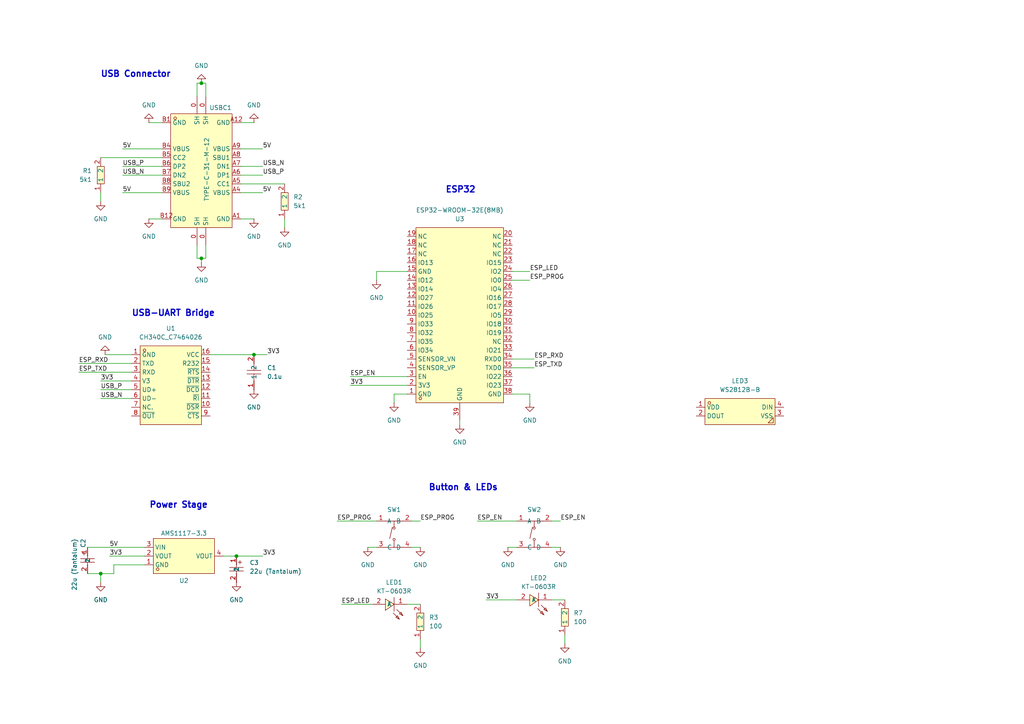
<source format=kicad_sch>
(kicad_sch (version 20231120) (generator "eeschema") (generator_version "8.0")
  (paper "A4")
  (lib_symbols
    (symbol "easyeda2kicad:0603WAF1000T5E"
      (property "Reference" "R" (at 0 5.08 0))
      (property "Value" "0603WAF1000T5E" (at 0 -5.08 0))
      (symbol "0603WAF1000T5E_0_1"
        (rectangle (start -2.54 1.02) (end 2.54 -1.02) (fill (type background)))
        (pin input line (at -5.08 0 0) (length 2.54) (name "1") (number "1"))
        (pin input line (at 5.08 0 180) (length 2.54) (name "2") (number "2"))
      )
    )
    (symbol "easyeda2kicad:0603WAF5101T5E"
      (property "Reference" "R" (at 0 5.08 0))
      (property "Value" "0603WAF5101T5E" (at 0 -5.08 0))
      (symbol "0603WAF5101T5E_0_1"
        (rectangle (start -2.54 1.02) (end 2.54 -1.02) (fill (type background)))
        (pin input line (at -5.08 0 0) (length 2.54) (name "1") (number "1"))
        (pin input line (at 5.08 0 180) (length 2.54) (name "2") (number "2"))
      )
    )
    (symbol "easyeda2kicad:AMS1117-3.3"
      (property "Reference" "U" (at 0 7.62 0))
      (property "Value" "AMS1117-3.3" (at 0 -7.62 0))
      (symbol "AMS1117-3.3_0_1"
        (rectangle (start -8.89 5.08) (end 8.89 -5.08) (fill (type background)))
        (circle (center -7.62 3.81) (radius 0.38))
        (pin unspecified line (at -11.43 2.54 0) (length 2.54) (name "GND") (number "1"))
        (pin unspecified line (at -11.43 0 0) (length 2.54) (name "VOUT") (number "2"))
        (pin unspecified line (at -11.43 -2.54 0) (length 2.54) (name "VIN") (number "3"))
        (pin unspecified line (at 11.43 0 180) (length 2.54) (name "VOUT") (number "4"))
      )
    )
    (symbol "easyeda2kicad:CA45-A-10V-22UF-K"
      (property "Reference" "C" (at 0 5.08 0))
      (property "Value" "CA45-A-10V-22UF-K" (at 0 -5.08 0))
      (symbol "CA45-A-10V-22UF-K_0_1"
        (polyline (pts (xy -0.51 -2.03) (xy -0.51 2.03)))
        (polyline (pts (xy -0.51 0) (xy -1.27 0)))
        (polyline (pts (xy 0.51 -2.03) (xy 0.51 2.03)))
        (polyline (pts (xy 1.27 0) (xy 0.51 0)))
        (polyline (pts (xy 2.03 -1.52) (xy 2.03 -0.51)))
        (polyline (pts (xy 2.54 -1.02) (xy 1.52 -1.02)))
        (pin input line (at 3.81 0 180) (length 2.54) (name "1") (number "1"))
        (pin input line (at -3.81 0 0) (length 2.54) (name "2") (number "2"))
      )
    )
    (symbol "easyeda2kicad:CC0603KRX7R9BB104"
      (property "Reference" "C" (at 0 5.08 0))
      (property "Value" "CC0603KRX7R9BB104" (at 0 -5.08 0))
      (symbol "CC0603KRX7R9BB104_0_1"
        (polyline (pts (xy -0.51 -2.03) (xy -0.51 2.03)))
        (polyline (pts (xy -0.51 0) (xy -2.54 0)))
        (polyline (pts (xy 0.51 2.03) (xy 0.51 -2.03)))
        (polyline (pts (xy 2.54 0) (xy 0.51 0)))
        (pin unspecified line (at -5.08 0 0) (length 2.54) (name "1") (number "1"))
        (pin unspecified line (at 5.08 0 180) (length 2.54) (name "2") (number "2"))
      )
    )
    (symbol "easyeda2kicad:CH340C_C7464026"
      (property "Reference" "U" (at 0 13.97 0))
      (property "Value" "CH340C_C7464026" (at 0 -13.97 0))
      (symbol "CH340C_C7464026_0_1"
        (rectangle (start -8.89 11.43) (end 8.89 -11.43) (fill (type background)))
        (circle (center -7.62 10.16) (radius 0.38))
        (pin unspecified line (at -11.43 8.89 0) (length 2.54) (name "GND") (number "1"))
        (pin unspecified line (at 11.43 -6.35 180) (length 2.54) (name "~{DSR}") (number "10"))
        (pin unspecified line (at 11.43 -3.81 180) (length 2.54) (name "~{RI}") (number "11"))
        (pin unspecified line (at 11.43 -1.27 180) (length 2.54) (name "~{DCD}") (number "12"))
        (pin unspecified line (at 11.43 1.27 180) (length 2.54) (name "~{DTR}") (number "13"))
        (pin unspecified line (at 11.43 3.81 180) (length 2.54) (name "~{RTS}") (number "14"))
        (pin unspecified line (at 11.43 6.35 180) (length 2.54) (name "R232") (number "15"))
        (pin unspecified line (at 11.43 8.89 180) (length 2.54) (name "VCC") (number "16"))
        (pin unspecified line (at -11.43 6.35 0) (length 2.54) (name "TXD") (number "2"))
        (pin unspecified line (at -11.43 3.81 0) (length 2.54) (name "RXD") (number "3"))
        (pin unspecified line (at -11.43 1.27 0) (length 2.54) (name "V3") (number "4"))
        (pin unspecified line (at -11.43 -1.27 0) (length 2.54) (name "UD+") (number "5"))
        (pin unspecified line (at -11.43 -3.81 0) (length 2.54) (name "UD-") (number "6"))
        (pin unspecified line (at -11.43 -6.35 0) (length 2.54) (name "NC.") (number "7"))
        (pin unspecified line (at -11.43 -8.89 0) (length 2.54) (name "~{OUT}") (number "8"))
        (pin unspecified line (at 11.43 -8.89 180) (length 2.54) (name "~{CTS}") (number "9"))
      )
    )
    (symbol "easyeda2kicad:ESP32-WROOM-32E(8MB)"
      (property "Reference" "U" (at 0 38.1 0))
      (property "Value" "ESP32-WROOM-32E(8MB)" (at 0 -25.4 0))
      (symbol "ESP32-WROOM-32E(8MB)_0_1"
        (rectangle (start -12.7 27.94) (end 12.7 -22.86) (fill (type background)))
        (circle (center -11.43 26.67) (radius 0.38))
        (pin unspecified line (at -15.24 25.4 0) (length 2.54) (name "GND") (number "1"))
        (pin unspecified line (at -15.24 2.54 0) (length 2.54) (name "IO25") (number "10"))
        (pin unspecified line (at -15.24 0 0) (length 2.54) (name "IO26") (number "11"))
        (pin unspecified line (at -15.24 -2.54 0) (length 2.54) (name "IO27") (number "12"))
        (pin unspecified line (at -15.24 -5.08 0) (length 2.54) (name "IO14") (number "13"))
        (pin unspecified line (at -15.24 -7.62 0) (length 2.54) (name "IO12") (number "14"))
        (pin unspecified line (at -15.24 -10.16 0) (length 2.54) (name "GND") (number "15"))
        (pin unspecified line (at -15.24 -12.7 0) (length 2.54) (name "IO13") (number "16"))
        (pin unspecified line (at -15.24 -15.24 0) (length 2.54) (name "NC") (number "17"))
        (pin unspecified line (at -15.24 -17.78 0) (length 2.54) (name "NC") (number "18"))
        (pin unspecified line (at -15.24 -20.32 0) (length 2.54) (name "NC") (number "19"))
        (pin unspecified line (at -15.24 22.86 0) (length 2.54) (name "3V3") (number "2"))
        (pin unspecified line (at 15.24 -20.32 180) (length 2.54) (name "NC") (number "20"))
        (pin unspecified line (at 15.24 -17.78 180) (length 2.54) (name "NC") (number "21"))
        (pin unspecified line (at 15.24 -15.24 180) (length 2.54) (name "NC") (number "22"))
        (pin unspecified line (at 15.24 -12.7 180) (length 2.54) (name "IO15") (number "23"))
        (pin unspecified line (at 15.24 -10.16 180) (length 2.54) (name "IO2") (number "24"))
        (pin unspecified line (at 15.24 -7.62 180) (length 2.54) (name "IO0") (number "25"))
        (pin unspecified line (at 15.24 -5.08 180) (length 2.54) (name "IO4") (number "26"))
        (pin unspecified line (at 15.24 -2.54 180) (length 2.54) (name "IO16") (number "27"))
        (pin unspecified line (at 15.24 0 180) (length 2.54) (name "IO17") (number "28"))
        (pin unspecified line (at 15.24 2.54 180) (length 2.54) (name "IO5") (number "29"))
        (pin unspecified line (at -15.24 20.32 0) (length 2.54) (name "EN") (number "3"))
        (pin unspecified line (at 15.24 5.08 180) (length 2.54) (name "IO18") (number "30"))
        (pin unspecified line (at 15.24 7.62 180) (length 2.54) (name "IO19") (number "31"))
        (pin unspecified line (at 15.24 10.16 180) (length 2.54) (name "NC") (number "32"))
        (pin unspecified line (at 15.24 12.7 180) (length 2.54) (name "IO21") (number "33"))
        (pin unspecified line (at 15.24 15.24 180) (length 2.54) (name "RXD0") (number "34"))
        (pin unspecified line (at 15.24 17.78 180) (length 2.54) (name "TXD0") (number "35"))
        (pin unspecified line (at 15.24 20.32 180) (length 2.54) (name "IO22") (number "36"))
        (pin unspecified line (at 15.24 22.86 180) (length 2.54) (name "IO23") (number "37"))
        (pin unspecified line (at 15.24 25.4 180) (length 2.54) (name "GND") (number "38"))
        (pin unspecified line (at 0 33.02 270) (length 5.08) (name "GND") (number "39"))
        (pin unspecified line (at -15.24 17.78 0) (length 2.54) (name "SENSOR_VP") (number "4"))
        (pin unspecified line (at -15.24 15.24 0) (length 2.54) (name "SENSOR_VN") (number "5"))
        (pin unspecified line (at -15.24 12.7 0) (length 2.54) (name "IO34") (number "6"))
        (pin unspecified line (at -15.24 10.16 0) (length 2.54) (name "IO35") (number "7"))
        (pin unspecified line (at -15.24 7.62 0) (length 2.54) (name "IO32") (number "8"))
        (pin unspecified line (at -15.24 5.08 0) (length 2.54) (name "IO33") (number "9"))
      )
    )
    (symbol "easyeda2kicad:KT-0603R"
      (property "Reference" "LED" (at 0 5.08 0))
      (property "Value" "KT-0603R" (at 0 -5.08 0))
      (symbol "KT-0603R_0_1"
        (polyline (pts (xy -2.03 1.52) (xy -3.81 3.3)))
        (polyline (pts (xy -1.27 2.03) (xy -1.27 -2.03)))
        (polyline (pts (xy -1.02 2.54) (xy -2.79 4.32)))
        (polyline (pts (xy -3.81 3.3) (xy -2.79 2.79) (xy -3.3 2.29) (xy -3.81 3.3)) (fill (type background)))
        (polyline (pts (xy -2.79 4.32) (xy -1.78 3.81) (xy -2.29 3.3) (xy -2.79 4.32)) (fill (type background)))
        (polyline (pts (xy 1.27 -1.52) (xy -1.27 0) (xy 1.27 1.78) (xy 1.27 -1.52)) (fill (type background)))
        (pin unspecified line (at -5.08 0 0) (length 3.81) (name "K") (number "1"))
        (pin unspecified line (at 5.08 0 180) (length 3.81) (name "A") (number "2"))
      )
    )
    (symbol "easyeda2kicad:TS-1187A-B-A-B"
      (property "Reference" "SW" (at 0 7.62 0))
      (property "Value" "TS-1187A-B-A-B" (at 0 -10.16 0))
      (symbol "TS-1187A-B-A-B_0_1"
        (circle (center 0 -2.79) (radius 0.32))
        (polyline (pts (xy -2.54 -5.08) (xy 2.54 -5.08)))
        (polyline (pts (xy -2.54 2.54) (xy 2.54 2.54)))
        (polyline (pts (xy -0.51 0.76) (xy -1.27 -2.54)))
        (polyline (pts (xy 0 -3.3) (xy 0 -5.08)))
        (polyline (pts (xy 0 0.76) (xy 0 2.54)))
        (circle (center 0 0.51) (radius 0.32))
        (pin unspecified line (at -5.08 2.54 0) (length 2.54) (name "A") (number "1"))
        (pin unspecified line (at 5.08 2.54 180) (length 2.54) (name "B") (number "2"))
        (pin unspecified line (at -5.08 -5.08 0) (length 2.54) (name "C") (number "3"))
        (pin unspecified line (at 5.08 -5.08 180) (length 2.54) (name "D") (number "4"))
      )
    )
    (symbol "easyeda2kicad:TYPE-C-31-M-12"
      (property "Reference" "USBC" (at 0 26.67 0))
      (property "Value" "TYPE-C-31-M-12" (at 0 -26.67 0))
      (symbol "TYPE-C-31-M-12_0_1"
        (rectangle (start -8.89 16.51) (end 8.89 -16.51) (fill (type background)))
        (circle (center -7.62 15.24) (radius 0.38))
        (pin unspecified line (at -1.27 -21.59 90) (length 5.08) (name "SH") (number "0"))
        (pin unspecified line (at -1.27 21.59 270) (length 5.08) (name "SH") (number "0"))
        (pin unspecified line (at 1.27 -21.59 90) (length 5.08) (name "SH") (number "0"))
        (pin unspecified line (at 1.27 21.59 270) (length 5.08) (name "SH") (number "0"))
        (pin unspecified line (at 11.43 -13.97 180) (length 2.54) (name "GND") (number "A1"))
        (pin unspecified line (at 11.43 13.97 180) (length 2.54) (name "GND") (number "A12"))
        (pin unspecified line (at 11.43 -6.35 180) (length 2.54) (name "VBUS") (number "A4"))
        (pin unspecified line (at 11.43 -3.81 180) (length 2.54) (name "CC1") (number "A5"))
        (pin unspecified line (at 11.43 -1.27 180) (length 2.54) (name "DP1") (number "A6"))
        (pin unspecified line (at 11.43 1.27 180) (length 2.54) (name "DN1") (number "A7"))
        (pin unspecified line (at 11.43 3.81 180) (length 2.54) (name "SBU1") (number "A8"))
        (pin unspecified line (at 11.43 6.35 180) (length 2.54) (name "VBUS") (number "A9"))
        (pin unspecified line (at -11.43 13.97 0) (length 2.54) (name "GND") (number "B1"))
        (pin unspecified line (at -11.43 -13.97 0) (length 2.54) (name "GND") (number "B12"))
        (pin unspecified line (at -11.43 6.35 0) (length 2.54) (name "VBUS") (number "B4"))
        (pin unspecified line (at -11.43 3.81 0) (length 2.54) (name "CC2") (number "B5"))
        (pin unspecified line (at -11.43 1.27 0) (length 2.54) (name "DP2") (number "B6"))
        (pin unspecified line (at -11.43 -1.27 0) (length 2.54) (name "DN2") (number "B7"))
        (pin unspecified line (at -11.43 -3.81 0) (length 2.54) (name "SBU2") (number "B8"))
        (pin unspecified line (at -11.43 -6.35 0) (length 2.54) (name "VBUS") (number "B9"))
      )
    )
    (symbol "easyeda2kicad:WS2812B-B"
      (property "Reference" "LED" (at 0 6.35 0))
      (property "Value" "WS2812B-B" (at 0 -6.35 0))
      (symbol "WS2812B-B_0_1"
        (rectangle (start -10.16 3.81) (end 10.16 -3.81) (fill (type background)))
        (circle (center -8.89 2.54) (radius 0.38))
        (polyline (pts (xy 9.65 -1.78) (xy 9.65 -3.3) (xy 8.13 -3.3) (xy 9.65 -1.78)) (fill (type background)))
        (pin unspecified line (at -12.7 1.27 0) (length 2.54) (name "VDD") (number "1"))
        (pin unspecified line (at -12.7 -1.27 0) (length 2.54) (name "DOUT") (number "2"))
        (pin unspecified line (at 12.7 -1.27 180) (length 2.54) (name "VSS") (number "3"))
        (pin unspecified line (at 12.7 1.27 180) (length 2.54) (name "DIN") (number "4"))
      )
    )
    (symbol "power:GND" (power) (pin_numbers hide) (pin_names (offset 0) hide)
      (property "Value" "GND" (at 0 -3.81 0))
      (symbol "GND_0_1"
        (polyline (pts (xy 0 0) (xy 0 -1.27) (xy 1.27 -1.27) (xy 0 -2.54) (xy -1.27 -1.27) (xy 0 -1.27)))
      )
      (symbol "GND_1_1"
        (pin power_in line (at 0 0 270) (length 0) (name "~") (number "1"))
      )
    )
  )
  (junction (at 68.58 161.29))
  (junction (at 73.66 102.87))
  (junction (at 58.42 24.13))
  (junction (at 29.21 166.37))
  (junction (at 58.42 74.93))
  (wire (pts (xy 35.56 55.88) (xy 46.99 55.88)))
  (wire (pts (xy 57.15 74.93) (xy 58.42 74.93)))
  (wire (pts (xy 140.97 173.99) (xy 149.86 173.99)))
  (wire (pts (xy 57.15 27.94) (xy 57.15 24.13)))
  (wire (pts (xy 29.21 110.49) (xy 38.1 110.49)))
  (wire (pts (xy 147.32 158.75) (xy 149.86 158.75)))
  (wire (pts (xy 29.21 115.57) (xy 38.1 115.57)))
  (wire (pts (xy 35.56 50.8) (xy 46.99 50.8)))
  (wire (pts (xy 30.48 102.87) (xy 38.1 102.87)))
  (wire (pts (xy 58.42 76.2) (xy 58.42 74.93)))
  (wire (pts (xy 76.2 43.18) (xy 69.85 43.18)))
  (wire (pts (xy 73.66 102.87) (xy 77.47 102.87)))
  (wire (pts (xy 68.58 161.29) (xy 64.77 161.29)))
  (wire (pts (xy 69.85 53.34) (xy 82.55 53.34)))
  (wire (pts (xy 29.21 166.37) (xy 33.02 166.37)))
  (wire (pts (xy 138.43 151.13) (xy 149.86 151.13)))
  (wire (pts (xy 121.92 151.13) (xy 119.38 151.13)))
  (wire (pts (xy 163.83 186.69) (xy 163.83 184.15)))
  (wire (pts (xy 58.42 74.93) (xy 59.69 74.93)))
  (wire (pts (xy 114.3 114.3) (xy 118.11 114.3)))
  (wire (pts (xy 22.86 105.41) (xy 38.1 105.41)))
  (wire (pts (xy 31.75 161.29) (xy 41.91 161.29)))
  (wire (pts (xy 97.79 151.13) (xy 109.22 151.13)))
  (wire (pts (xy 101.6 109.22) (xy 118.11 109.22)))
  (wire (pts (xy 153.67 114.3) (xy 148.59 114.3)))
  (wire (pts (xy 73.66 35.56) (xy 69.85 35.56)))
  (wire (pts (xy 33.02 166.37) (xy 33.02 163.83)))
  (wire (pts (xy 59.69 27.94) (xy 59.69 24.13)))
  (wire (pts (xy 153.67 116.84) (xy 153.67 114.3)))
  (wire (pts (xy 76.2 55.88) (xy 69.85 55.88)))
  (wire (pts (xy 153.67 78.74) (xy 148.59 78.74)))
  (wire (pts (xy 43.18 35.56) (xy 46.99 35.56)))
  (wire (pts (xy 35.56 48.26) (xy 46.99 48.26)))
  (wire (pts (xy 46.99 63.5) (xy 43.18 63.5)))
  (wire (pts (xy 76.2 50.8) (xy 69.85 50.8)))
  (wire (pts (xy 22.86 107.95) (xy 38.1 107.95)))
  (wire (pts (xy 82.55 66.04) (xy 82.55 63.5)))
  (wire (pts (xy 29.21 168.91) (xy 29.21 166.37)))
  (wire (pts (xy 76.2 48.26) (xy 69.85 48.26)))
  (wire (pts (xy 57.15 24.13) (xy 58.42 24.13)))
  (wire (pts (xy 35.56 43.18) (xy 46.99 43.18)))
  (wire (pts (xy 162.56 158.75) (xy 160.02 158.75)))
  (wire (pts (xy 162.56 151.13) (xy 160.02 151.13)))
  (wire (pts (xy 114.3 116.84) (xy 114.3 114.3)))
  (wire (pts (xy 29.21 45.72) (xy 46.99 45.72)))
  (wire (pts (xy 59.69 24.13) (xy 58.42 24.13)))
  (wire (pts (xy 163.83 173.99) (xy 160.02 173.99)))
  (wire (pts (xy 76.2 161.29) (xy 68.58 161.29)))
  (wire (pts (xy 154.94 106.68) (xy 148.59 106.68)))
  (wire (pts (xy 60.96 102.87) (xy 73.66 102.87)))
  (wire (pts (xy 69.85 63.5) (xy 73.66 63.5)))
  (wire (pts (xy 29.21 58.42) (xy 29.21 55.88)))
  (wire (pts (xy 109.22 81.28) (xy 109.22 78.74)))
  (wire (pts (xy 99.06 175.26) (xy 107.95 175.26)))
  (wire (pts (xy 101.6 111.76) (xy 118.11 111.76)))
  (wire (pts (xy 133.35 123.19) (xy 133.35 121.92)))
  (wire (pts (xy 25.4 166.37) (xy 29.21 166.37)))
  (wire (pts (xy 59.69 74.93) (xy 59.69 71.12)))
  (wire (pts (xy 121.92 187.96) (xy 121.92 185.42)))
  (wire (pts (xy 153.67 81.28) (xy 148.59 81.28)))
  (wire (pts (xy 121.92 175.26) (xy 118.11 175.26)))
  (wire (pts (xy 29.21 113.03) (xy 38.1 113.03)))
  (wire (pts (xy 121.92 158.75) (xy 119.38 158.75)))
  (wire (pts (xy 109.22 78.74) (xy 118.11 78.74)))
  (wire (pts (xy 106.68 158.75) (xy 109.22 158.75)))
  (wire (pts (xy 33.02 163.83) (xy 41.91 163.83)))
  (wire (pts (xy 154.94 104.14) (xy 148.59 104.14)))
  (wire (pts (xy 25.4 158.75) (xy 41.91 158.75)))
  (wire (pts (xy 57.15 71.12) (xy 57.15 74.93)))
  (text "USB-UART Bridge" (at 50.292 90.932 0) (effects (font (size 1.778 1.778) (thickness 0.3556) (bold yes))))
  (text "USB Connector" (at 39.37 21.59 0) (effects (font (size 1.778 1.778) (thickness 0.3556) (bold yes))))
  (text "Power Stage" (at 51.816 146.558 0) (effects (font (size 1.778 1.778) (thickness 0.3556) (bold yes))))
  (text "ESP32" (at 133.604 55.118 0) (effects (font (size 1.778 1.778) (thickness 0.3556) (bold yes))))
  (text "Button & LEDs" (at 134.366 141.478 0) (effects (font (size 1.778 1.778) (thickness 0.3556) (bold yes))))
  (label "5V" (at 35.56 43.18 0))
  (label "USB_N" (at 29.21 115.57 0))
  (label "ESP_RXD" (at 22.86 105.41 0))
  (label "5V" (at 76.2 55.88 0))
  (label "ESP_TXD" (at 22.86 107.95 0))
  (label "5V" (at 35.56 55.88 0))
  (label "ESP_PROG" (at 121.92 151.13 0))
  (label "USB_P" (at 29.21 113.03 0))
  (label "3V3" (at 29.21 110.49 0))
  (label "3V3" (at 140.97 173.99 0))
  (label "5V" (at 76.2 43.18 0))
  (label "ESP_EN" (at 101.6 109.22 0))
  (label "3V3" (at 77.47 102.87 0))
  (label "USB_P" (at 35.56 48.26 0))
  (label "ESP_PROG" (at 153.67 81.28 0))
  (label "ESP_EN" (at 162.56 151.13 0))
  (label "ESP_LED" (at 153.67 78.74 0))
  (label "ESP_RXD" (at 154.94 104.14 0))
  (label "ESP_PROG" (at 97.79 151.13 0))
  (label "ESP_LED" (at 99.06 175.26 0))
  (label "3V3" (at 101.6 111.76 0))
  (label "3V3" (at 31.75 161.29 0))
  (label "USB_N" (at 35.56 50.8 0))
  (label "ESP_TXD" (at 154.94 106.68 0))
  (label "USB_N" (at 76.2 48.26 0))
  (label "3V3" (at 76.2 161.29 0))
  (label "USB_P" (at 76.2 50.8 0))
  (label "5V" (at 31.75 158.75 0))
  (label "ESP_EN" (at 138.43 151.13 0))
  (symbol (lib_id "power:GND") (at 121.92 158.75 0) (mirror y) (unit 1)
    (property "Reference" "#PWR027" (effects (hide yes)))
    (property "Value" "GND" (at 121.92 163.83 0))
    (property "Description" "Power symbol creates a global label with name \"GND\" , ground" (effects (hide yes)))
  )
  (symbol (lib_id "power:GND") (at 106.68 158.75 0) (mirror y) (unit 1)
    (property "Reference" "#PWR025" (effects (hide yes)))
    (property "Value" "GND" (at 106.68 163.83 0))
    (property "Description" "Power symbol creates a global label with name \"GND\" , ground" (effects (hide yes)))
  )
  (symbol (lib_id "easyeda2kicad:CA45-A-10V-22UF-K") (at 25.4 162.56 270) (mirror x) (unit 1)
    (property "Reference" "C2" (at 24.13 156.21 0) (effects (justify right)))
    (property "Value" "22u (Tantalum)" (at 21.59 156.21 0) (effects (justify right)))
    (property "Footprint" "easyeda2kicad:CASE-A_3216" (effects (hide yes)))
    (property "Datasheet" "https://lcsc.com/product-detail/Tantalum-Capacitors_22uF-226-10-10V_C129272.html" (effects (hide yes)))
    (property "LCSC Part" "C129272" (effects (hide yes)))
  )
  (symbol (lib_id "power:GND") (at 68.58 168.91 0) (unit 1)
    (property "Reference" "#PWR021" (effects (hide yes)))
    (property "Value" "GND" (at 68.58 173.99 0))
    (property "Description" "Power symbol creates a global label with name \"GND\" , ground" (effects (hide yes)))
  )
  (symbol (lib_id "easyeda2kicad:0603WAF1000T5E") (at 121.92 180.34 90) (unit 1)
    (property "Reference" "R3" (at 124.46 179.0699 90) (effects (justify right)))
    (property "Value" "100" (at 124.46 181.6099 90) (effects (justify right)))
    (property "Footprint" "easyeda2kicad:R0603" (effects (hide yes)))
    (property "Datasheet" "https://lcsc.com/product-detail/Chip-Resistor-Surface-Mount-UniOhm_100R-1000-1_C22775.html" (effects (hide yes)))
    (property "LCSC Part" "C22775" (effects (hide yes)))
  )
  (symbol (lib_id "power:GND") (at 73.66 113.03 0) (unit 1)
    (property "Reference" "#PWR012" (effects (hide yes)))
    (property "Value" "GND" (at 73.66 118.11 0))
    (property "Description" "Power symbol creates a global label with name \"GND\" , ground" (effects (hide yes)))
  )
  (symbol (lib_id "power:GND") (at 29.21 168.91 0) (unit 1)
    (property "Reference" "#PWR017" (effects (hide yes)))
    (property "Value" "GND" (at 29.21 173.99 0))
    (property "Description" "Power symbol creates a global label with name \"GND\" , ground" (effects (hide yes)))
  )
  (symbol (lib_id "easyeda2kicad:CA45-A-10V-22UF-K") (at 68.58 165.1 90) (unit 1)
    (property "Reference" "C3" (at 72.39 163.1949 90) (effects (justify right)))
    (property "Value" "22u (Tantalum)" (at 72.39 165.7349 90) (effects (justify right)))
    (property "Footprint" "easyeda2kicad:CASE-A_3216" (effects (hide yes)))
    (property "Datasheet" "https://lcsc.com/product-detail/Tantalum-Capacitors_22uF-226-10-10V_C129272.html" (effects (hide yes)))
    (property "LCSC Part" "C129272" (effects (hide yes)))
  )
  (symbol (lib_id "power:GND") (at 162.56 158.75 0) (mirror y) (unit 1)
    (property "Reference" "#PWR032" (effects (hide yes)))
    (property "Value" "GND" (at 162.56 163.83 0))
    (property "Description" "Power symbol creates a global label with name \"GND\" , ground" (effects (hide yes)))
  )
  (symbol (lib_id "power:GND") (at 114.3 116.84 0) (mirror y) (unit 1)
    (property "Reference" "#PWR018" (effects (hide yes)))
    (property "Value" "GND" (at 114.3 121.92 0))
    (property "Description" "Power symbol creates a global label with name \"GND\" , ground" (effects (hide yes)))
  )
  (symbol (lib_id "power:GND") (at 58.42 24.13 180) (unit 1)
    (property "Reference" "#PWR06" (effects (hide yes)))
    (property "Value" "GND" (at 58.42 19.05 0))
    (property "Description" "Power symbol creates a global label with name \"GND\" , ground" (effects (hide yes)))
  )
  (symbol (lib_id "easyeda2kicad:TS-1187A-B-A-B") (at 114.3 153.67 0) (unit 1)
    (property "Reference" "SW1" (at 114.3 147.828 0))
    (property "Value" "TS-1187A-B-A-B" (effects (hide yes)))
    (property "Footprint" "easyeda2kicad:SW-SMD_4P-L5.1-W5.1-P3.70-LS6.5-TL_H1.5" (effects (hide yes)))
    (property "Datasheet" "https://lcsc.com/product-detail/Tactile-Switches_XKB-Enterprise-TS-1187-B-A-A_C318884.html" (effects (hide yes)))
    (property "LCSC Part" "C318884" (effects (hide yes)))
  )
  (symbol (lib_id "power:GND") (at 163.83 186.69 0) (mirror y) (unit 1)
    (property "Reference" "#PWR033" (effects (hide yes)))
    (property "Value" "GND" (at 163.83 191.77 0))
    (property "Description" "Power symbol creates a global label with name \"GND\" , ground" (effects (hide yes)))
  )
  (symbol (lib_id "power:GND") (at 82.55 66.04 0) (unit 1)
    (property "Reference" "#PWR013" (effects (hide yes)))
    (property "Value" "GND" (at 82.55 71.12 0))
    (property "Description" "Power symbol creates a global label with name \"GND\" , ground" (effects (hide yes)))
  )
  (symbol (lib_id "easyeda2kicad:CC0603KRX7R9BB104") (at 73.66 107.95 90) (unit 1)
    (property "Reference" "C1" (at 77.47 106.6799 90) (effects (justify right)))
    (property "Value" "0.1u" (at 77.47 109.2199 90) (effects (justify right)))
    (property "Footprint" "easyeda2kicad:C0603" (effects (hide yes)))
    (property "Datasheet" "https://lcsc.com/product-detail/Multilayer-Ceramic-Capacitors-MLCC-SMD-SMT_100nF-104-10-50V_C14663.html" (effects (hide yes)))
    (property "LCSC Part" "C14663" (effects (hide yes)))
  )
  (symbol (lib_id "easyeda2kicad:KT-0603R") (at 113.03 175.26 180) (unit 1)
    (property "Reference" "LED1" (at 114.3 168.91 0))
    (property "Value" "KT-0603R" (at 114.3 171.45 0))
    (property "Footprint" "easyeda2kicad:LED0603-RD" (effects (hide yes)))
    (property "Datasheet" "https://lcsc.com/product-detail/Light-Emitting-Diodes-LED_Red-LED-0603_C2286.html" (effects (hide yes)))
    (property "LCSC Part" "C2286" (effects (hide yes)))
  )
  (symbol (lib_id "power:GND") (at 43.18 63.5 0) (unit 1)
    (property "Reference" "#PWR05" (effects (hide yes)))
    (property "Value" "GND" (at 43.18 68.58 0))
    (property "Description" "Power symbol creates a global label with name \"GND\" , ground" (effects (hide yes)))
  )
  (symbol (lib_id "easyeda2kicad:KT-0603R") (at 154.94 173.99 180) (unit 1)
    (property "Reference" "LED2" (at 156.21 167.64 0))
    (property "Value" "KT-0603R" (at 156.21 170.18 0))
    (property "Footprint" "easyeda2kicad:LED0603-RD" (effects (hide yes)))
    (property "Datasheet" "https://lcsc.com/product-detail/Light-Emitting-Diodes-LED_Red-LED-0603_C2286.html" (effects (hide yes)))
    (property "LCSC Part" "C2286" (effects (hide yes)))
  )
  (symbol (lib_id "power:GND") (at 58.42 76.2 0) (unit 1)
    (property "Reference" "#PWR07" (effects (hide yes)))
    (property "Value" "GND" (at 58.42 81.28 0))
    (property "Description" "Power symbol creates a global label with name \"GND\" , ground" (effects (hide yes)))
  )
  (symbol (lib_id "easyeda2kicad:TYPE-C-31-M-12") (at 58.42 49.53 0) (unit 1)
    (property "Reference" "USBC1" (at 60.706 31.242 0) (effects (justify left)))
    (property "Value" "TYPE-C-31-M-12" (at 59.944 58.42 90) (effects (justify left)))
    (property "Footprint" "easyeda2kicad:USB-C_SMD-TYPE-C-31-M-12" (effects (hide yes)))
    (property "Datasheet" "https://lcsc.com/product-detail/USB-Type-C_Korean-Hroparts-Elec-TYPE-C-31-M-12_C165948.html" (effects (hide yes)))
    (property "LCSC Part" "C165948" (effects (hide yes)))
  )
  (symbol (lib_id "easyeda2kicad:AMS1117-3.3") (at 53.34 161.29 0) (mirror x) (unit 1)
    (property "Reference" "U2" (at 53.34 168.402 0))
    (property "Value" "AMS1117-3.3" (at 53.34 154.686 0))
    (property "Footprint" "easyeda2kicad:SOT-223-3_L6.5-W3.4-P2.30-LS7.0-BR" (effects (hide yes)))
    (property "Datasheet" "https://lcsc.com/product-detail/Low-Dropout-Regulators-LDO_AMS_AMS1117-3-3_AMS1117-3-3_C6186.html" (effects (hide yes)))
    (property "LCSC Part" "C6186" (effects (hide yes)))
  )
  (symbol (lib_id "easyeda2kicad:0603WAF1000T5E") (at 163.83 179.07 90) (unit 1)
    (property "Reference" "R7" (at 166.37 177.7999 90) (effects (justify right)))
    (property "Value" "100" (at 166.37 180.3399 90) (effects (justify right)))
    (property "Footprint" "easyeda2kicad:R0603" (effects (hide yes)))
    (property "Datasheet" "https://lcsc.com/product-detail/Chip-Resistor-Surface-Mount-UniOhm_100R-1000-1_C22775.html" (effects (hide yes)))
    (property "LCSC Part" "C22775" (effects (hide yes)))
  )
  (symbol (lib_id "easyeda2kicad:ESP32-WROOM-32E(8MB)") (at 133.35 88.9 0) (mirror x) (unit 1)
    (property "Reference" "U3" (at 133.35 63.5 0))
    (property "Value" "ESP32-WROOM-32E(8MB)" (at 133.35 60.96 0))
    (property "Footprint" "easyeda2kicad:WIFI-SMD_ESP32-WROOM-32E" (effects (hide yes)))
    (property "Datasheet" "https://lcsc.com/product-detail/WIFI-Modules_Espressif-Systems-ESP32-WROOM-32E-8MB_C701342.html" (effects (hide yes)))
    (property "LCSC Part" "C701342" (effects (hide yes)))
  )
  (symbol (lib_id "power:GND") (at 43.18 35.56 180) (unit 1)
    (property "Reference" "#PWR04" (effects (hide yes)))
    (property "Value" "GND" (at 43.18 30.48 0))
    (property "Description" "Power symbol creates a global label with name \"GND\" , ground" (effects (hide yes)))
  )
  (symbol (lib_id "easyeda2kicad:0603WAF5101T5E") (at 82.55 58.42 90) (unit 1)
    (property "Reference" "R2" (at 85.09 57.1499 90) (effects (justify right)))
    (property "Value" "5k1" (at 85.09 59.6899 90) (effects (justify right)))
    (property "Footprint" "easyeda2kicad:R0603" (effects (hide yes)))
    (property "Datasheet" "https://lcsc.com/product-detail/Chip-Resistor-Surface-Mount-UniOhm_5-1KR-5101-1_C23186.html" (effects (hide yes)))
    (property "LCSC Part" "C23186" (effects (hide yes)))
  )
  (symbol (lib_id "easyeda2kicad:CH340C_C7464026") (at 49.53 111.76 0) (unit 1)
    (property "Reference" "U1" (at 49.53 95.25 0))
    (property "Value" "CH340C_C7464026" (at 49.53 97.79 0))
    (property "Footprint" "easyeda2kicad:SOP-16_L10.0-W3.9-P1.27-LS6.0-BL" (effects (hide yes)))
    (property "LCSC Part" "C7464026" (effects (hide yes)))
  )
  (symbol (lib_id "easyeda2kicad:TS-1187A-B-A-B") (at 154.94 153.67 0) (unit 1)
    (property "Reference" "SW2" (at 154.94 147.828 0))
    (property "Value" "TS-1187A-B-A-B" (effects (hide yes)))
    (property "Footprint" "easyeda2kicad:SW-SMD_4P-L5.1-W5.1-P3.70-LS6.5-TL_H1.5" (effects (hide yes)))
    (property "Datasheet" "https://lcsc.com/product-detail/Tactile-Switches_XKB-Enterprise-TS-1187-B-A-A_C318884.html" (effects (hide yes)))
    (property "LCSC Part" "C318884" (effects (hide yes)))
  )
  (symbol (lib_id "power:GND") (at 121.92 187.96 0) (mirror y) (unit 1)
    (property "Reference" "#PWR028" (effects (hide yes)))
    (property "Value" "GND" (at 121.92 193.04 0))
    (property "Description" "Power symbol creates a global label with name \"GND\" , ground" (effects (hide yes)))
  )
  (symbol (lib_id "power:GND") (at 153.67 116.84 0) (mirror y) (unit 1)
    (property "Reference" "#PWR022" (effects (hide yes)))
    (property "Value" "GND" (at 153.67 121.92 0))
    (property "Description" "Power symbol creates a global label with name \"GND\" , ground" (effects (hide yes)))
  )
  (symbol (lib_id "power:GND") (at 30.48 102.87 180) (unit 1)
    (property "Reference" "#PWR02" (effects (hide yes)))
    (property "Value" "GND" (at 30.48 97.79 0))
    (property "Description" "Power symbol creates a global label with name \"GND\" , ground" (effects (hide yes)))
  )
  (symbol (lib_id "power:GND") (at 109.22 81.28 0) (mirror y) (unit 1)
    (property "Reference" "#PWR016" (effects (hide yes)))
    (property "Value" "GND" (at 109.22 86.36 0))
    (property "Description" "Power symbol creates a global label with name \"GND\" , ground" (effects (hide yes)))
  )
  (symbol (lib_id "easyeda2kicad:WS2812B-B") (at 214.63 119.38 0) (unit 1)
    (property "Reference" "LED3" (at 214.63 110.49 0))
    (property "Value" "WS2812B-B" (at 214.63 113.03 0))
    (property "Footprint" "easyeda2kicad:LED-SMD_4P-L5.0-W5.0-BL_TC5050RGB" (effects (hide yes)))
    (property "Datasheet" "https://lcsc.com/product-detail/Light-Emitting-Diodes-LED_5050-RGBIntegrated-Light-4Pin_C114586.html" (effects (hide yes)))
    (property "LCSC Part" "C114586" (effects (hide yes)))
  )
  (symbol (lib_id "power:GND") (at 73.66 35.56 180) (unit 1)
    (property "Reference" "#PWR08" (effects (hide yes)))
    (property "Value" "GND" (at 73.66 30.48 0))
    (property "Description" "Power symbol creates a global label with name \"GND\" , ground" (effects (hide yes)))
  )
  (symbol (lib_id "power:GND") (at 73.66 63.5 0) (unit 1)
    (property "Reference" "#PWR09" (effects (hide yes)))
    (property "Value" "GND" (at 73.66 68.58 0))
    (property "Description" "Power symbol creates a global label with name \"GND\" , ground" (effects (hide yes)))
  )
  (symbol (lib_id "power:GND") (at 133.35 123.19 0) (mirror y) (unit 1)
    (property "Reference" "#PWR020" (effects (hide yes)))
    (property "Value" "GND" (at 133.35 128.27 0))
    (property "Description" "Power symbol creates a global label with name \"GND\" , ground" (effects (hide yes)))
  )
  (symbol (lib_id "easyeda2kicad:0603WAF5101T5E") (at 29.21 50.8 270) (mirror x) (unit 1)
    (property "Reference" "R1" (at 26.67 49.5299 90) (effects (justify right)))
    (property "Value" "5k1" (at 26.67 52.0699 90) (effects (justify right)))
    (property "Footprint" "easyeda2kicad:R0603" (effects (hide yes)))
    (property "Datasheet" "https://lcsc.com/product-detail/Chip-Resistor-Surface-Mount-UniOhm_5-1KR-5101-1_C23186.html" (effects (hide yes)))
    (property "LCSC Part" "C23186" (effects (hide yes)))
  )
  (symbol (lib_id "power:GND") (at 147.32 158.75 0) (mirror y) (unit 1)
    (property "Reference" "#PWR030" (effects (hide yes)))
    (property "Value" "GND" (at 147.32 163.83 0))
    (property "Description" "Power symbol creates a global label with name \"GND\" , ground" (effects (hide yes)))
  )
  (symbol (lib_id "power:GND") (at 29.21 58.42 0) (unit 1)
    (property "Reference" "#PWR01" (effects (hide yes)))
    (property "Value" "GND" (at 29.21 63.5 0))
    (property "Description" "Power symbol creates a global label with name \"GND\" , ground" (effects (hide yes)))
  )
)
</source>
